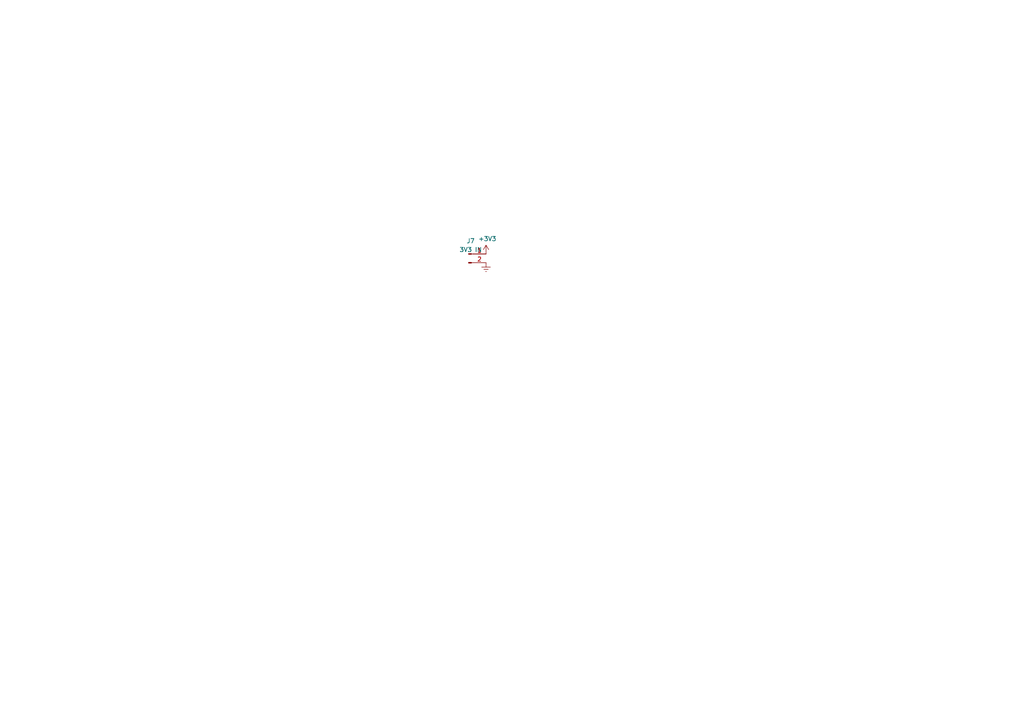
<source format=kicad_sch>
(kicad_sch (version 20211123) (generator eeschema)
  (paper "A4")
  (lib_symbols
    (symbol "Connector:Conn_01x02_Male" (pin_names (offset 1.016) hide)
      (property "Reference" "J" (at 0 2.54 0))
      (property "Value" "Conn_01x02_Male" (at 0 -5.08 0))
      (symbol "Conn_01x02_Male_1_1"
        (polyline (pts (xy 1.27 -2.54) (xy 0.8636 -2.54)) (stroke (width 0.1524)))
        (polyline (pts (xy 1.27 0) (xy 0.8636 0)) (stroke (width 0.1524)))
        (rectangle (start 0.8636 -2.413) (end 0 -2.667) (stroke (width 0.1524)) (fill (type outline)))
        (rectangle (start 0.8636 0.127) (end 0 -0.127) (stroke (width 0.1524)) (fill (type outline)))
        (pin passive line (at 5.08 0 180) (length 3.81) (name "Pin_1") (number "1"))
        (pin passive line (at 5.08 -2.54 180) (length 3.81) (name "Pin_2") (number "2"))
      )
    )
    (symbol "base_controller-rescue:+3.3V-power" (power) (pin_names (offset 0))
      (property "Value" "+3.3V-power" (at 0 3.556 0))
      (symbol "+3.3V-power_0_1"
        (polyline (pts (xy -0.762 1.27) (xy 0 2.54)))
        (polyline (pts (xy 0 0) (xy 0 2.54)))
        (polyline (pts (xy 0 2.54) (xy 0.762 1.27)))
      )
      (symbol "+3.3V-power_1_1"
        (pin power_in line (at 0 0 90) (length 0) hide (name "+3V3") (number "1"))
      )
    )
    (symbol "power:Earth" (power) (pin_names (offset 0))
      (symbol "Earth_0_1"
        (polyline (pts (xy -0.635 -1.905) (xy 0.635 -1.905)))
        (polyline (pts (xy -0.127 -2.54) (xy 0.127 -2.54)))
        (polyline (pts (xy 0 -1.27) (xy 0 0)))
        (polyline (pts (xy 1.27 -1.27) (xy -1.27 -1.27)))
      )
      (symbol "Earth_1_1"
        (pin power_in line (at 0 0 270) (length 0) hide (name "Earth") (number "1"))
      )
    )
  )
  (symbol (lib_id "Connector:Conn_01x02_Male") (at 135.89 73.66 0) (unit 1)
    (property "Reference" "J7" (at 136.525 69.884 0))
    (property "Value" "3V3 IN" (at 136.525 72.4209 0))
    (property "Footprint" "Connector_PinHeader_2.54mm:PinHeader_1x02_P2.54mm_Vertical" (effects hide))
  )
  (symbol (lib_id "base_controller-rescue:+3.3V-power") (at 140.97 73.66 0) (unit 1)
    (property "Reference" "#PWR0108" (effects hide))
    (property "Value" "+3.3V" (at 141.351 69.2658 0))
  )
  (symbol (lib_id "power:Earth") (at 140.97 76.2 0) (unit 1)
    (property "Reference" "#PWR0105" (effects hide))
    (property "Value" "Earth" (effects hide))
  )
)
</source>
